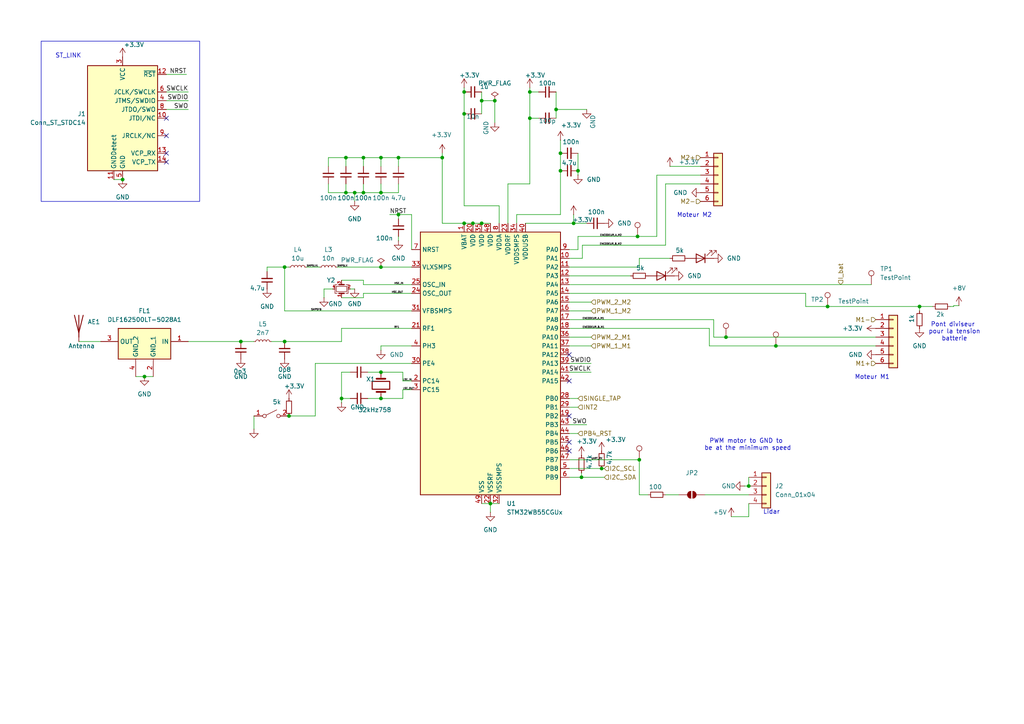
<source format=kicad_sch>
(kicad_sch (version 20250114) (generator "eeschema") (generator_version "9.0")
  (paper "A4")
  (lib_symbols
    (symbol "Connector:Conn_ST_STDC14"
      (property "Reference" "J" (at -8.89 16.51 0))
      (property "Value" "Conn_ST_STDC14" (at 17.78 16.51 0))
      (symbol "Conn_ST_STDC14_1_1"
        (pin no_connect line (at -10.16 5.08 0) (length 2.54) (hide yes) (name "NC") (number "1"))
        (pin no_connect line (at -10.16 2.54 0) (length 2.54) (hide yes) (name "NC") (number "2"))
        (pin passive line (at -2.54 -17.78 90) (length 2.54) (name "GNDDetect") (number "11"))
        (pin power_in line (at 0 17.78 270) (length 2.54) (name "VCC") (number "3"))
        (pin power_in line (at 0 -17.78 90) (length 2.54) (name "GND") (number "5"))
        (pin passive line (at 0 -17.78 90) (length 2.54) (hide yes) (name "GND") (number "7"))
        (pin open_collector line (at 12.7 12.7 180) (length 2.54) (name "~{RST}") (number "12"))
        (pin output line (at 12.7 7.62 180) (length 2.54) (name "JCLK/SWCLK") (number "6"))
        (pin bidirectional line (at 12.7 5.08 180) (length 2.54) (name "JTMS/SWDIO") (number "4"))
        (pin input line (at 12.7 2.54 180) (length 2.54) (name "JTDO/SWO") (number "8"))
        (pin output line (at 12.7 0 180) (length 2.54) (name "JTDI/NC") (number "10"))
        (pin input line (at 12.7 -5.08 180) (length 2.54) (name "JRCLK/NC") (number "9"))
        (pin output line (at 12.7 -10.16 180) (length 2.54) (name "VCP_RX") (number "13"))
        (pin input line (at 12.7 -12.7 180) (length 2.54) (name "VCP_TX") (number "14"))
      )
    )
    (symbol "Connector:TestPoint" (pin_numbers (hide yes)) (pin_names (offset 0.762) (hide yes))
      (property "Reference" "TP" (at 0 6.858 0))
      (property "Value" "TestPoint" (at 0 5.08 0))
      (symbol "TestPoint_1_1"
        (pin passive line (at 0 0 90) (length 2.54) (name "1") (number "1"))
      )
    )
    (symbol "Connector_Generic:Conn_01x04" (pin_names (offset 1.016) (hide yes))
      (property "Reference" "J" (at 0 5.08 0))
      (property "Value" "Conn_01x04" (at 0 -7.62 0))
      (symbol "Conn_01x04_1_1"
        (pin passive line (at -5.08 2.54 0) (length 3.81) (name "Pin_1") (number "1"))
        (pin passive line (at -5.08 0 0) (length 3.81) (name "Pin_2") (number "2"))
        (pin passive line (at -5.08 -2.54 0) (length 3.81) (name "Pin_3") (number "3"))
        (pin passive line (at -5.08 -5.08 0) (length 3.81) (name "Pin_4") (number "4"))
      )
    )
    (symbol "Connector_Generic:Conn_01x06" (pin_names (offset 1.016) (hide yes))
      (property "Reference" "J" (at 0 7.62 0))
      (property "Value" "Conn_01x06" (at 0 -10.16 0))
      (symbol "Conn_01x06_1_1"
        (pin passive line (at -5.08 5.08 0) (length 3.81) (name "Pin_1") (number "1"))
        (pin passive line (at -5.08 2.54 0) (length 3.81) (name "Pin_2") (number "2"))
        (pin passive line (at -5.08 0 0) (length 3.81) (name "Pin_3") (number "3"))
        (pin passive line (at -5.08 -2.54 0) (length 3.81) (name "Pin_4") (number "4"))
        (pin passive line (at -5.08 -5.08 0) (length 3.81) (name "Pin_5") (number "5"))
        (pin passive line (at -5.08 -7.62 0) (length 3.81) (name "Pin_6") (number "6"))
      )
    )
    (symbol "Device:Antenna" (pin_numbers (hide yes)) (pin_names (offset 1.016) (hide yes))
      (property "Reference" "AE" (at -1.905 1.905 0))
      (property "Value" "Antenna" (at -1.905 0 0))
      (symbol "Antenna_1_1"
        (pin input line (at 0 -5.08 90) (length 2.54) (name "A") (number "1"))
      )
    )
    (symbol "Device:C_Small" (pin_numbers (hide yes)) (pin_names (offset 0.254) (hide yes))
      (property "Reference" "C" (at 0.254 1.778 0))
      (property "Value" "C_Small" (at 0.254 -2.032 0))
      (symbol "C_Small_1_1"
        (pin passive line (at 0 2.54 270) (length 2.032) (name "~") (number "1"))
        (pin passive line (at 0 -2.54 90) (length 2.032) (name "~") (number "2"))
      )
    )
    (symbol "Device:Crystal" (pin_numbers (hide yes)) (pin_names (offset 1.016) (hide yes))
      (property "Reference" "Y" (at 0 3.81 0))
      (property "Value" "Crystal" (at 0 -3.81 0))
      (symbol "Crystal_1_1"
        (pin passive line (at -3.81 0 0) (length 1.27) (name "1") (number "1"))
        (pin passive line (at 3.81 0 180) (length 1.27) (name "2") (number "2"))
      )
    )
    (symbol "Device:Crystal_GND24_Small" (pin_names (offset 1.016) (hide yes))
      (property "Reference" "Y" (at 1.27 4.445 0))
      (property "Value" "Crystal_GND24_Small" (at 1.27 2.54 0))
      (symbol "Crystal_GND24_Small_1_1"
        (pin passive line (at -2.54 0 0) (length 1.27) (name "1") (number "1"))
        (pin passive line (at 0 2.54 270) (length 0.635) (name "4") (number "4"))
        (pin passive line (at 0 -2.54 90) (length 0.635) (name "2") (number "2"))
        (pin passive line (at 2.54 0 180) (length 1.27) (name "3") (number "3"))
      )
    )
    (symbol "Device:LED" (pin_numbers (hide yes)) (pin_names (offset 1.016) (hide yes))
      (property "Reference" "D" (at 0 2.54 0))
      (property "Value" "LED" (at 0 -2.54 0))
      (symbol "LED_1_1"
        (pin passive line (at -3.81 0 0) (length 2.54) (name "K") (number "1"))
        (pin passive line (at 3.81 0 180) (length 2.54) (name "A") (number "2"))
      )
    )
    (symbol "Device:L_Small" (pin_numbers (hide yes)) (pin_names (offset 0.254) (hide yes))
      (property "Reference" "L" (at 0.762 1.016 0))
      (property "Value" "L_Small" (at 0.762 -1.016 0))
      (symbol "L_Small_1_1"
        (pin passive line (at 0 2.54 270) (length 0.508) (name "~") (number "1"))
        (pin passive line (at 0 -2.54 90) (length 0.508) (name "~") (number "2"))
      )
    )
    (symbol "Device:R_Small" (pin_numbers (hide yes)) (pin_names (offset 0.254) (hide yes))
      (property "Reference" "R" (at 0 0 90))
      (property "Value" "R_Small" (at 1.778 0 90))
      (symbol "R_Small_1_1"
        (pin passive line (at 0 2.54 270) (length 0.762) (name "~") (number "1"))
        (pin passive line (at 0 -2.54 90) (length 0.762) (name "~") (number "2"))
      )
    )
    (symbol "Filter:DLF162500LT-5028A1"
      (property "Reference" "FL" (at 21.59 17.78 0))
      (property "Value" "DLF162500LT-5028A1" (at 21.59 15.24 0))
      (symbol "DLF162500LT-5028A1_1_1"
        (pin passive line (at 0 0 0) (length 5.08) (name "IN") (number "1"))
        (pin passive line (at 10.16 10.16 270) (length 5.08) (name "GND_1") (number "2"))
        (pin passive line (at 15.24 10.16 270) (length 5.08) (name "GND_2") (number "4"))
        (pin passive line (at 25.4 0 180) (length 5.08) (name "OUT") (number "3"))
      )
    )
    (symbol "Jumper:SolderJumper_2_Open" (pin_numbers (hide yes)) (pin_names (offset 0) (hide yes)) (in_bom no)
      (property "Reference" "JP" (at 0 2.032 0))
      (property "Value" "SolderJumper_2_Open" (at 0 -2.54 0))
      (symbol "SolderJumper_2_Open_1_1"
        (pin passive line (at -3.81 0 0) (length 2.54) (name "A") (number "1"))
        (pin passive line (at 3.81 0 180) (length 2.54) (name "B") (number "2"))
      )
    )
    (symbol "MCU_ST_STM32WB:STM32WB55CGUx"
      (property "Reference" "U" (at -20.32 39.37 0))
      (property "Value" "STM32WB55CGUx" (at 12.7 39.37 0))
      (symbol "STM32WB55CGUx_1_1"
        (pin input line (at -22.86 33.02 0) (length 2.54) (name "NRST") (number "7"))
        (pin power_in line (at -22.86 27.94 0) (length 2.54) (name "VLXSMPS") (number "33"))
        (pin input line (at -22.86 22.86 0) (length 2.54) (name "OSC_IN") (number "25"))
        (pin input line (at -22.86 20.32 0) (length 2.54) (name "OSC_OUT") (number "24"))
        (pin input line (at -22.86 15.24 0) (length 2.54) (name "VFBSMPS") (number "31"))
        (pin bidirectional line (at -22.86 10.16 0) (length 2.54) (name "RF1") (number "21"))
        (pin bidirectional line (at -22.86 5.08 0) (length 2.54) (name "PH3") (number "4"))
        (pin bidirectional line (at -22.86 0 0) (length 2.54) (name "PE4") (number "30"))
        (pin bidirectional line (at -22.86 -5.08 0) (length 2.54) (name "PC14") (number "2"))
        (pin bidirectional line (at -22.86 -7.62 0) (length 2.54) (name "PC15") (number "3"))
        (pin no_connect line (at -20.32 -35.56 0) (length 2.54) (hide yes) (name "AT1") (number "27"))
        (pin no_connect line (at -20.32 -38.1 0) (length 2.54) (hide yes) (name "AT0") (number "26"))
        (pin power_in line (at -7.62 40.64 270) (length 2.54) (name "VBAT") (number "1"))
        (pin power_in line (at -5.08 40.64 270) (length 2.54) (name "VDD") (number "20"))
        (pin power_in line (at -2.54 40.64 270) (length 2.54) (name "VDD") (number "35"))
        (pin power_in line (at -2.54 -40.64 90) (length 2.54) (name "VSS") (number "49"))
        (pin power_in line (at 0 40.64 270) (length 2.54) (name "VDD") (number "48"))
        (pin power_in line (at 0 -40.64 90) (length 2.54) (name "VSSRF") (number "22"))
        (pin power_in line (at 2.54 40.64 270) (length 2.54) (name "VDDA") (number "8"))
        (pin power_in line (at 2.54 -40.64 90) (length 2.54) (name "VSSSMPS") (number "32"))
        (pin power_in line (at 5.08 40.64 270) (length 2.54) (name "VDDRF") (number "23"))
        (pin power_in line (at 7.62 40.64 270) (length 2.54) (name "VDDSMPS") (number "34"))
        (pin power_in line (at 10.16 40.64 270) (length 2.54) (name "VDDUSB") (number "40"))
        (pin bidirectional line (at 22.86 33.02 180) (length 2.54) (name "PA0") (number "9"))
        (pin bidirectional line (at 22.86 30.48 180) (length 2.54) (name "PA1") (number "10"))
        (pin bidirectional line (at 22.86 27.94 180) (length 2.54) (name "PA2") (number "11"))
        (pin bidirectional line (at 22.86 25.4 180) (length 2.54) (name "PA3") (number "12"))
        (pin bidirectional line (at 22.86 22.86 180) (length 2.54) (name "PA4") (number "13"))
        (pin bidirectional line (at 22.86 20.32 180) (length 2.54) (name "PA5") (number "14"))
        (pin bidirectional line (at 22.86 17.78 180) (length 2.54) (name "PA6") (number "15"))
        (pin bidirectional line (at 22.86 15.24 180) (length 2.54) (name "PA7") (number "16"))
        (pin bidirectional line (at 22.86 12.7 180) (length 2.54) (name "PA8") (number "17"))
        (pin bidirectional line (at 22.86 10.16 180) (length 2.54) (name "PA9") (number "18"))
        (pin bidirectional line (at 22.86 7.62 180) (length 2.54) (name "PA10") (number "36"))
        (pin bidirectional line (at 22.86 5.08 180) (length 2.54) (name "PA11") (number "37"))
        (pin bidirectional line (at 22.86 2.54 180) (length 2.54) (name "PA12") (number "38"))
        (pin bidirectional line (at 22.86 0 180) (length 2.54) (name "PA13") (number "39"))
        (pin bidirectional line (at 22.86 -2.54 180) (length 2.54) (name "PA14") (number "41"))
        (pin bidirectional line (at 22.86 -5.08 180) (length 2.54) (name "PA15") (number "42"))
        (pin bidirectional line (at 22.86 -10.16 180) (length 2.54) (name "PB0") (number "28"))
        (pin bidirectional line (at 22.86 -12.7 180) (length 2.54) (name "PB1") (number "29"))
        (pin bidirectional line (at 22.86 -15.24 180) (length 2.54) (name "PB2") (number "19"))
        (pin bidirectional line (at 22.86 -17.78 180) (length 2.54) (name "PB3") (number "43"))
        (pin bidirectional line (at 22.86 -20.32 180) (length 2.54) (name "PB4") (number "44"))
        (pin bidirectional line (at 22.86 -22.86 180) (length 2.54) (name "PB5") (number "45"))
        (pin bidirectional line (at 22.86 -25.4 180) (length 2.54) (name "PB6") (number "46"))
        (pin bidirectional line (at 22.86 -27.94 180) (length 2.54) (name "PB7") (number "47"))
        (pin bidirectional line (at 22.86 -30.48 180) (length 2.54) (name "PB8") (number "5"))
        (pin bidirectional line (at 22.86 -33.02 180) (length 2.54) (name "PB9") (number "6"))
      )
    )
    (symbol "Switch:SW_SPST" (pin_names (offset 0) (hide yes))
      (property "Reference" "SW" (at 0 3.175 0))
      (property "Value" "SW_SPST" (at 0 -2.54 0))
      (symbol "SW_SPST_1_1"
        (pin passive line (at -5.08 0 0) (length 2.54) (name "A") (number "1"))
        (pin passive line (at 5.08 0 180) (length 2.54) (name "B") (number "2"))
      )
    )
    (symbol "power:+3.3V" (power) (pin_numbers (hide yes)) (pin_names (offset 0) (hide yes))
      (property "Value" "+3.3V" (at 0 3.556 0))
      (symbol "+3.3V_1_1"
        (pin power_in line (at 0 0 90) (length 0) (name "~") (number "1"))
      )
    )
    (symbol "power:+5V" (power) (pin_numbers (hide yes)) (pin_names (offset 0) (hide yes))
      (property "Value" "+5V" (at 0 3.556 0))
      (symbol "+5V_1_1"
        (pin power_in line (at 0 0 90) (length 0) (name "~") (number "1"))
      )
    )
    (symbol "power:+8V" (power) (pin_numbers (hide yes)) (pin_names (offset 0) (hide yes))
      (property "Value" "+8V" (at 0 3.556 0))
      (symbol "+8V_1_1"
        (pin power_in line (at 0 0 90) (length 0) (name "~") (number "1"))
      )
    )
    (symbol "power:GND" (power) (pin_numbers (hide yes)) (pin_names (offset 0) (hide yes))
      (property "Value" "GND" (at 0 -3.81 0))
      (symbol "GND_1_1"
        (pin power_in line (at 0 0 270) (length 0) (name "~") (number "1"))
      )
    )
    (symbol "power:PWR_FLAG" (power) (pin_numbers (hide yes)) (pin_names (offset 0) (hide yes))
      (property "Value" "PWR_FLAG" (at 0 3.81 0))
      (symbol "PWR_FLAG_0_0"
        (pin power_out line (at 0 0 90) (length 0) (name "~") (number "1"))
      )
    )
  )
  (rectangle (start 11.938 11.938) (end 57.912 58.42))
  (text "Pont diviseur\n pour la tension\n batterie" (at 276.352 96.266 0) (effects (font (size 1.27 1.27))))
  (text "Moteur M2" (at 201.422 62.484 0) (effects (font (size 1.27 1.27))))
  (text "Moteur M1" (at 252.984 109.474 0) (effects (font (size 1.27 1.27))))
  (text "ST_LINK\n" (at 19.812 16.256 0) (effects (font (size 1.27 1.27))))
  (text "Lidar" (at 223.774 148.59 0) (effects (font (size 1.27 1.27))))
  (text "PWM motor to GND to\n be at the minimum speed" (at 216.408 129.032 0) (effects (font (size 1.27 1.27))))
  (junction (at 142.24 146.05))
  (junction (at 105.41 45.72))
  (junction (at 35.56 52.07))
  (junction (at 153.67 34.29))
  (junction (at 167.64 49.53))
  (junction (at 162.56 44.45))
  (junction (at 110.49 107.95))
  (junction (at 105.41 55.88))
  (junction (at 115.57 62.23))
  (junction (at 134.62 26.67))
  (junction (at 139.7 64.77))
  (junction (at 100.33 45.72))
  (junction (at 184.912 68.58))
  (junction (at 110.49 55.88))
  (junction (at 102.87 55.88))
  (junction (at 217.17 140.97))
  (junction (at 110.49 115.57))
  (junction (at 134.62 33.02))
  (junction (at 168.656 138.43))
  (junction (at 69.85 99.06))
  (junction (at 110.49 77.47))
  (junction (at 115.57 45.72))
  (junction (at 162.56 49.53))
  (junction (at 240.03 88.9))
  (junction (at 225.044 100.33))
  (junction (at 41.91 109.22))
  (junction (at 83.82 120.65))
  (junction (at 174.498 135.89))
  (junction (at 99.06 115.57))
  (junction (at 82.55 77.47))
  (junction (at 185.42 133.35))
  (junction (at 110.49 45.72))
  (junction (at 139.7 29.21))
  (junction (at 137.16 64.77))
  (junction (at 166.37 64.77))
  (junction (at 134.62 64.77))
  (junction (at 143.51 29.21))
  (junction (at 266.7 88.9))
  (junction (at 100.33 55.88))
  (junction (at 210.566 97.79))
  (junction (at 128.27 45.72))
  (junction (at 153.67 26.67))
  (junction (at 82.55 99.06))
  (junction (at 161.29 31.75))
  (no_connect (at 165.1 120.65))
  (no_connect (at 165.1 130.81))
  (no_connect (at 48.26 34.29))
  (no_connect (at 48.26 46.99))
  (no_connect (at 48.26 39.37))
  (no_connect (at 165.1 102.87))
  (no_connect (at 165.1 110.49))
  (no_connect (at 165.1 128.27))
  (no_connect (at 48.26 44.45))
  (wire (pts (xy 153.67 34.29) (xy 153.67 53.34)))
  (wire (pts (xy 170.18 123.19) (xy 165.1 123.19)))
  (wire (pts (xy 116.84 110.49) (xy 119.38 110.49)))
  (wire (pts (xy 116.84 113.03) (xy 116.84 115.57)))
  (wire (pts (xy 97.79 77.47) (xy 110.49 77.47)))
  (wire (pts (xy 110.49 77.47) (xy 119.38 77.47)))
  (wire (pts (xy 153.67 53.34) (xy 147.32 53.34)))
  (wire (pts (xy 204.47 143.51) (xy 217.17 143.51)))
  (wire (pts (xy 99.06 116.84) (xy 99.06 115.57)))
  (wire (pts (xy 171.45 87.63) (xy 165.1 87.63)))
  (wire (pts (xy 105.41 86.36) (xy 99.06 86.36)))
  (wire (pts (xy 266.7 88.9) (xy 270.51 88.9)))
  (wire (pts (xy 119.38 62.23) (xy 119.38 72.39)))
  (wire (pts (xy 100.33 45.72) (xy 105.41 45.72)))
  (wire (pts (xy 102.87 58.42) (xy 102.87 55.88)))
  (wire (pts (xy 54.61 26.67) (xy 48.26 26.67)))
  (wire (pts (xy 115.57 53.34) (xy 115.57 55.88)))
  (wire (pts (xy 266.7 90.17) (xy 266.7 88.9)))
  (wire (pts (xy 233.68 88.9) (xy 240.03 88.9)))
  (wire (pts (xy 165.1 77.47) (xy 185.42 77.47)))
  (wire (pts (xy 134.62 59.69) (xy 144.78 59.69)))
  (wire (pts (xy 110.49 55.88) (xy 110.49 53.34)))
  (wire (pts (xy 91.44 105.41) (xy 91.44 120.65)))
  (wire (pts (xy 128.27 44.45) (xy 128.27 45.72)))
  (wire (pts (xy 167.64 44.45) (xy 167.64 49.53)))
  (wire (pts (xy 139.7 29.21) (xy 139.7 33.02)))
  (wire (pts (xy 153.67 26.67) (xy 153.67 34.29)))
  (wire (pts (xy 167.64 68.58) (xy 167.64 72.39)))
  (wire (pts (xy 168.91 74.93) (xy 165.1 74.93)))
  (wire (pts (xy 95.25 55.88) (xy 100.33 55.88)))
  (wire (pts (xy 276.606 88.9) (xy 275.59 88.9)))
  (wire (pts (xy 217.17 138.43) (xy 217.17 140.97)))
  (wire (pts (xy 185.42 77.47) (xy 185.42 74.93)))
  (wire (pts (xy 83.82 120.65) (xy 91.44 120.65)))
  (wire (pts (xy 99.06 99.06) (xy 99.06 95.25)))
  (wire (pts (xy 171.45 105.41) (xy 165.1 105.41)))
  (wire (pts (xy 48.26 21.59) (xy 54.102 21.59)))
  (wire (pts (xy 105.41 45.72) (xy 110.49 45.72)))
  (wire (pts (xy 134.62 25.4) (xy 134.62 26.67)))
  (wire (pts (xy 82.55 90.17) (xy 119.38 90.17)))
  (wire (pts (xy 100.33 45.72) (xy 100.33 48.26)))
  (wire (pts (xy 128.27 64.77) (xy 134.62 64.77)))
  (wire (pts (xy 110.49 45.72) (xy 110.49 48.26)))
  (wire (pts (xy 205.74 95.25) (xy 165.1 95.25)))
  (wire (pts (xy 69.85 99.06) (xy 73.66 99.06)))
  (wire (pts (xy 99.06 107.95) (xy 101.6 107.95)))
  (wire (pts (xy 22.86 99.06) (xy 29.21 99.06)))
  (wire (pts (xy 276.606 88.646) (xy 276.606 88.9)))
  (wire (pts (xy 134.62 64.77) (xy 137.16 64.77)))
  (wire (pts (xy 167.64 72.39) (xy 165.1 72.39)))
  (wire (pts (xy 190.5 68.58) (xy 184.912 68.58)))
  (wire (pts (xy 77.47 78.74) (xy 77.47 77.47)))
  (wire (pts (xy 254 97.79) (xy 210.566 97.79)))
  (wire (pts (xy 115.57 45.72) (xy 115.57 48.26)))
  (wire (pts (xy 217.17 149.86) (xy 217.17 146.05)))
  (wire (pts (xy 167.64 118.11) (xy 165.1 118.11)))
  (wire (pts (xy 134.62 26.67) (xy 134.62 33.02)))
  (wire (pts (xy 142.24 146.05) (xy 142.24 148.59)))
  (wire (pts (xy 162.56 44.45) (xy 162.56 49.53)))
  (wire (pts (xy 194.31 48.26) (xy 203.2 48.26)))
  (wire (pts (xy 115.57 68.58) (xy 115.57 69.85)))
  (wire (pts (xy 165.1 82.55) (xy 252.73 82.55)))
  (wire (pts (xy 168.656 137.16) (xy 168.656 138.43)))
  (wire (pts (xy 115.57 63.5) (xy 115.57 62.23)))
  (wire (pts (xy 190.5 50.8) (xy 203.2 50.8)))
  (wire (pts (xy 165.1 85.09) (xy 233.68 85.09)))
  (wire (pts (xy 110.49 100.33) (xy 119.38 100.33)))
  (wire (pts (xy 215.9 140.97) (xy 217.17 140.97)))
  (wire (pts (xy 171.45 97.79) (xy 165.1 97.79)))
  (wire (pts (xy 106.68 115.57) (xy 110.49 115.57)))
  (wire (pts (xy 167.64 115.57) (xy 165.1 115.57)))
  (wire (pts (xy 105.41 85.09) (xy 105.41 86.36)))
  (wire (pts (xy 115.57 45.72) (xy 128.27 45.72)))
  (wire (pts (xy 100.33 55.88) (xy 100.33 53.34)))
  (wire (pts (xy 93.98 83.82) (xy 96.52 83.82)))
  (wire (pts (xy 168.91 71.12) (xy 168.91 74.93)))
  (wire (pts (xy 167.64 125.73) (xy 165.1 125.73)))
  (wire (pts (xy 166.37 62.23) (xy 166.37 64.77)))
  (wire (pts (xy 95.25 55.88) (xy 95.25 53.34)))
  (wire (pts (xy 185.42 74.93) (xy 194.31 74.93)))
  (wire (pts (xy 139.7 146.05) (xy 142.24 146.05)))
  (wire (pts (xy 193.04 53.34) (xy 193.04 71.12)))
  (wire (pts (xy 143.51 29.21) (xy 139.7 29.21)))
  (wire (pts (xy 165.1 80.01) (xy 182.88 80.01)))
  (wire (pts (xy 119.38 113.03) (xy 116.84 113.03)))
  (wire (pts (xy 134.62 33.02) (xy 134.62 59.69)))
  (wire (pts (xy 105.41 55.88) (xy 110.49 55.88)))
  (wire (pts (xy 171.45 90.17) (xy 165.1 90.17)))
  (wire (pts (xy 88.9 77.47) (xy 92.71 77.47)))
  (wire (pts (xy 171.45 107.95) (xy 165.1 107.95)))
  (wire (pts (xy 41.91 109.22) (xy 44.45 109.22)))
  (wire (pts (xy 105.41 45.72) (xy 105.41 48.26)))
  (wire (pts (xy 116.84 107.95) (xy 116.84 110.49)))
  (wire (pts (xy 190.5 68.58) (xy 190.5 50.8)))
  (wire (pts (xy 100.33 55.88) (xy 102.87 55.88)))
  (wire (pts (xy 165.1 135.89) (xy 174.498 135.89)))
  (wire (pts (xy 54.61 31.75) (xy 48.26 31.75)))
  (wire (pts (xy 170.18 31.75) (xy 161.29 31.75)))
  (wire (pts (xy 193.04 53.34) (xy 203.2 53.34)))
  (wire (pts (xy 105.41 55.88) (xy 105.41 53.34)))
  (wire (pts (xy 166.37 64.77) (xy 170.18 64.77)))
  (wire (pts (xy 110.49 115.57) (xy 116.84 115.57)))
  (wire (pts (xy 185.42 143.51) (xy 185.42 133.35)))
  (wire (pts (xy 110.49 101.6) (xy 110.49 100.33)))
  (wire (pts (xy 93.98 86.36) (xy 93.98 83.82)))
  (wire (pts (xy 161.29 31.75) (xy 161.29 34.29)))
  (wire (pts (xy 139.7 64.77) (xy 142.24 64.77)))
  (wire (pts (xy 82.55 77.47) (xy 82.55 90.17)))
  (wire (pts (xy 193.04 143.51) (xy 196.85 143.51)))
  (wire (pts (xy 105.41 81.28) (xy 99.06 81.28)))
  (wire (pts (xy 54.61 99.06) (xy 69.85 99.06)))
  (wire (pts (xy 144.78 59.69) (xy 144.78 64.77)))
  (wire (pts (xy 167.64 50.8) (xy 167.64 49.53)))
  (wire (pts (xy 119.38 105.41) (xy 91.44 105.41)))
  (wire (pts (xy 128.27 45.72) (xy 128.27 64.77)))
  (wire (pts (xy 77.47 77.47) (xy 82.55 77.47)))
  (wire (pts (xy 207.01 92.71) (xy 165.1 92.71)))
  (wire (pts (xy 115.57 62.23) (xy 119.38 62.23)))
  (wire (pts (xy 212.09 149.86) (xy 217.17 149.86)))
  (wire (pts (xy 99.06 95.25) (xy 119.38 95.25)))
  (wire (pts (xy 95.25 45.72) (xy 100.33 45.72)))
  (wire (pts (xy 106.68 107.95) (xy 110.49 107.95)))
  (wire (pts (xy 207.01 97.79) (xy 207.01 92.71)))
  (wire (pts (xy 139.7 26.67) (xy 139.7 29.21)))
  (wire (pts (xy 99.06 107.95) (xy 99.06 115.57)))
  (wire (pts (xy 240.03 88.9) (xy 266.7 88.9)))
  (wire (pts (xy 153.67 25.4) (xy 153.67 26.67)))
  (wire (pts (xy 162.56 40.64) (xy 162.56 44.45)))
  (wire (pts (xy 278.13 88.646) (xy 276.606 88.646)))
  (wire (pts (xy 115.57 55.88) (xy 110.49 55.88)))
  (wire (pts (xy 168.656 138.43) (xy 175.26 138.43)))
  (wire (pts (xy 225.044 100.33) (xy 205.74 100.33)))
  (wire (pts (xy 73.66 120.65) (xy 73.66 124.46)))
  (wire (pts (xy 149.86 62.23) (xy 162.56 62.23)))
  (wire (pts (xy 82.55 99.06) (xy 99.06 99.06)))
  (wire (pts (xy 105.41 82.55) (xy 105.41 81.28)))
  (wire (pts (xy 205.74 100.33) (xy 205.74 95.25)))
  (wire (pts (xy 174.498 135.89) (xy 175.26 135.89)))
  (wire (pts (xy 147.32 53.34) (xy 147.32 64.77)))
  (wire (pts (xy 210.566 97.79) (xy 207.01 97.79)))
  (wire (pts (xy 187.96 143.51) (xy 185.42 143.51)))
  (wire (pts (xy 142.24 146.05) (xy 144.78 146.05)))
  (wire (pts (xy 156.21 26.67) (xy 153.67 26.67)))
  (wire (pts (xy 162.56 62.23) (xy 162.56 49.53)))
  (wire (pts (xy 95.25 45.72) (xy 95.25 48.26)))
  (wire (pts (xy 102.87 83.82) (xy 101.6 83.82)))
  (wire (pts (xy 33.02 52.07) (xy 35.56 52.07)))
  (wire (pts (xy 184.912 68.58) (xy 167.64 68.58)))
  (wire (pts (xy 110.49 45.72) (xy 115.57 45.72)))
  (wire (pts (xy 54.61 29.21) (xy 48.26 29.21)))
  (wire (pts (xy 165.1 133.35) (xy 185.42 133.35)))
  (wire (pts (xy 39.37 109.22) (xy 41.91 109.22)))
  (wire (pts (xy 161.29 26.67) (xy 161.29 31.75)))
  (wire (pts (xy 233.68 85.09) (xy 233.68 88.9)))
  (wire (pts (xy 156.21 34.29) (xy 153.67 34.29)))
  (wire (pts (xy 102.87 55.88) (xy 105.41 55.88)))
  (wire (pts (xy 152.4 64.77) (xy 166.37 64.77)))
  (wire (pts (xy 137.16 64.77) (xy 139.7 64.77)))
  (wire (pts (xy 110.49 107.95) (xy 116.84 107.95)))
  (wire (pts (xy 171.45 100.33) (xy 165.1 100.33)))
  (wire (pts (xy 149.86 64.77) (xy 149.86 62.23)))
  (wire (pts (xy 168.91 71.12) (xy 193.04 71.12)))
  (wire (pts (xy 165.1 138.43) (xy 168.656 138.43)))
  (wire (pts (xy 105.41 82.55) (xy 119.38 82.55)))
  (wire (pts (xy 99.06 115.57) (xy 101.6 115.57)))
  (wire (pts (xy 143.51 35.56) (xy 143.51 29.21)))
  (wire (pts (xy 254 100.33) (xy 225.044 100.33)))
  (wire (pts (xy 83.82 77.47) (xy 82.55 77.47)))
  (wire (pts (xy 119.38 85.09) (xy 105.41 85.09)))
  (wire (pts (xy 113.03 62.23) (xy 115.57 62.23)))
  (wire (pts (xy 78.74 99.06) (xy 82.55 99.06)))
  (label "ENCODEUR_A_M1" (at 168.91 92.71 0) (effects (font (size 0.5 0.5))))
  (label "RF1" (at 114.3 95.25 0) (effects (font (size 0.5 0.5))))
  (label "SWO" (at 54.61 31.75 180))
  (label "ENCODEUR_B_M1" (at 168.91 95.25 0) (effects (font (size 0.5 0.5))))
  (label "SWCLK" (at 54.61 26.67 180))
  (label "ENCODEUR_B_M2" (at 180.34 71.12 180) (effects (font (size 0.5 0.5))))
  (label "SWCLK" (at 171.45 107.95 180))
  (label "SMPSLX" (at 97.79 77.47 0) (effects (font (size 0.5 0.5))))
  (label "SMPSLXL" (at 88.9 77.47 0) (effects (font (size 0.5 0.5))))
  (label "LSE_IN" (at 116.84 110.49 0) (effects (font (size 0.5 0.5))))
  (label "HSE_IN" (at 114.3 82.55 0) (effects (font (size 0.5 0.5))))
  (label "HSE_OUT" (at 113.538 85.09 0) (effects (font (size 0.5 0.5))))
  (label "ENCODEUR_A_M2" (at 173.99 68.58 0) (effects (font (size 0.5 0.5))))
  (label "LSE_OUT" (at 116.84 113.03 0) (effects (font (size 0.5 0.5))))
  (label "SMPSFB" (at 90.17 90.17 0) (effects (font (size 0.5 0.5))))
  (label "SWDIO" (at 171.45 105.41 180))
  (label "SWO" (at 170.18 123.19 180))
  (label "NRST" (at 54.102 21.59 180) (effects (font (size 1.25 1.25))))
  (label "SWDIO" (at 54.61 29.21 180))
  (label "UART_RX" (at 171.45 133.35 0) (effects (font (size 0.5 0.5))))
  (label "NRST" (at 113.03 62.23 0) (effects (font (size 1.25 1.25))))
  (hierarchical_label "M1-" (shape input) (at 254 92.71 180))
  (hierarchical_label "I2C_SCL" (shape input) (at 175.26 135.89 0))
  (hierarchical_label "M2+" (shape input) (at 203.2 45.72 180))
  (hierarchical_label "PWM_1_M2" (shape input) (at 171.45 90.17 0))
  (hierarchical_label "M1+" (shape input) (at 254 105.41 180))
  (hierarchical_label "SINGLE_TAP" (shape input) (at 167.64 115.57 0))
  (hierarchical_label "PWM_2_M1" (shape input) (at 171.45 97.79 0))
  (hierarchical_label "PB4_RST" (shape input) (at 167.64 125.73 0))
  (hierarchical_label "PWM_1_M1" (shape input) (at 171.45 100.33 0))
  (hierarchical_label "PWM_2_M2" (shape input) (at 171.45 87.63 0))
  (hierarchical_label "M2-" (shape input) (at 203.2 58.42 180))
  (hierarchical_label "I_bat" (shape input) (at 243.84 82.55 90))
  (hierarchical_label "INT2" (shape input) (at 167.64 118.11 0))
  (hierarchical_label "I2C_SDA" (shape input) (at 175.26 138.43 0))
  (symbol (lib_id "power:GND") (at 73.66 124.46 0) (unit 1)
    (property "Reference" "#PWR086" (effects (hide yes)))
    (property "Value" "GND" (effects (hide yes)))
    (property "Description" "Power symbol creates a global label with name \"GND\" , ground" (effects (hide yes)))
  )
  (symbol (lib_id "power:GND") (at 142.24 148.59 0) (unit 1)
    (property "Reference" "#PWR05" (effects (hide yes)))
    (property "Value" "GND" (at 142.24 153.67 0))
    (property "Description" "Power symbol creates a global label with name \"GND\" , ground" (effects (hide yes)))
  )
  (symbol (lib_id "Device:LED") (at 203.2 74.93 180) (unit 1)
    (property "Reference" "D1" (effects (hide yes)))
    (property "Value" "LED" (effects (hide yes)))
    (property "Footprint" "LED_SMD:LED_0603_1608Metric" (effects (hide yes)))
    (property "Description" "Light emitting diode" (effects (hide yes)))
    (property "Sim.Pins" "1=K 2=A" (effects (hide yes)))
  )
  (symbol (lib_id "Jumper:SolderJumper_2_Open") (at 200.66 143.51 0) (unit 1) (in_bom no)
    (property "Reference" "JP2" (at 200.66 137.16 0))
    (property "Value" "SolderJumper_2_Open" (effects (hide yes)))
    (property "Footprint" "Jumper:SolderJumper-2_P1.3mm_Bridged_RoundedPad1.0x1.5mm" (effects (hide yes)))
    (property "Description" "Solder Jumper, 2-pole, open" (effects (hide yes)))
  )
  (symbol (lib_id "power:GND") (at 143.51 35.56 0) (unit 1)
    (property "Reference" "#PWR01" (effects (hide yes)))
    (property "Value" "GND" (at 140.97 35.052 90) (effects (justify right)))
    (property "Description" "Power symbol creates a global label with name \"GND\" , ground" (effects (hide yes)))
  )
  (symbol (lib_id "Connector:TestPoint") (at 185.42 133.35 0) (unit 1)
    (property "Reference" "TP7" (effects (hide yes)))
    (property "Value" "TestPoint" (effects (hide yes)))
    (property "Footprint" "TestPoint:TestPoint_Pad_D1.5mm" (effects (hide yes)))
    (property "Description" "test point" (effects (hide yes)))
  )
  (symbol (lib_id "Device:L_Small") (at 86.36 77.47 90) (unit 1)
    (property "Reference" "L4" (at 86.36 72.39 90))
    (property "Value" "10u" (at 86.36 74.93 90))
    (property "Footprint" "Inductor_SMD:L_0805_2012Metric" (effects (hide yes)))
    (property "Description" "Inductor, small symbol" (effects (hide yes)))
  )
  (symbol (lib_id "power:+3.3V") (at 168.656 132.08 0) (unit 1)
    (property "Reference" "#PWR078" (effects (hide yes)))
    (property "Value" "+3.3V" (at 170.18 128.016 0))
    (property "Description" "Power symbol creates a global label with name \"+3.3V\"" (effects (hide yes)))
  )
  (symbol (lib_id "power:GND") (at 69.85 104.14 0) (unit 1)
    (property "Reference" "#PWR084" (effects (hide yes)))
    (property "Value" "GND" (at 69.85 109.22 0))
    (property "Description" "Power symbol creates a global label with name \"GND\" , ground" (effects (hide yes)))
  )
  (symbol (lib_id "power:PWR_FLAG") (at 143.51 29.21 0) (unit 1)
    (property "Reference" "#FLG06" (effects (hide yes)))
    (property "Value" "PWR_FLAG" (at 143.51 24.13 0))
    (property "Description" "Special symbol for telling ERC where power comes from" (effects (hide yes)))
  )
  (symbol (lib_id "Device:C_Small") (at 158.75 26.67 90) (unit 1)
    (property "Reference" "C9" (effects (hide yes)))
    (property "Value" "100n" (at 158.75 24.13 90))
    (property "Footprint" "Capacitor_SMD:C_0603_1608Metric" (effects (hide yes)))
    (property "Description" "Unpolarized capacitor, small symbol" (effects (hide yes)))
  )
  (symbol (lib_id "Device:R_Small") (at 168.656 134.62 180) (unit 1)
    (property "Reference" "R28" (effects (hide yes)))
    (property "Value" "4.7k" (at 170.942 136.144 90) (effects (justify right)))
    (property "Footprint" "Resistor_SMD:R_0603_1608Metric" (effects (hide yes)))
    (property "Description" "Resistor, small symbol" (effects (hide yes)))
  )
  (symbol (lib_id "Device:C_Small") (at 158.75 34.29 90) (unit 1)
    (property "Reference" "C10" (effects (hide yes)))
    (property "Value" "100p" (at 158.75 35.052 90))
    (property "Footprint" "Capacitor_SMD:C_0603_1608Metric" (effects (hide yes)))
    (property "Description" "Unpolarized capacitor, small symbol" (effects (hide yes)))
  )
  (symbol (lib_id "power:GND") (at 102.87 58.42 0) (mirror y) (unit 1)
    (property "Reference" "#PWR02" (effects (hide yes)))
    (property "Value" "GND" (at 102.87 63.5 0))
    (property "Description" "Power symbol creates a global label with name \"GND\" , ground" (effects (hide yes)))
  )
  (symbol (lib_id "Device:C_Small") (at 110.49 50.8 180) (unit 1)
    (property "Reference" "C8" (effects (hide yes)))
    (property "Value" "100n" (at 110.49 57.404 0))
    (property "Footprint" "Capacitor_SMD:C_0603_1608Metric" (effects (hide yes)))
    (property "Description" "Unpolarized capacitor, small symbol" (effects (hide yes)))
  )
  (symbol (lib_id "Device:Crystal_GND24_Small") (at 99.06 83.82 90) (unit 1)
    (property "Reference" "Y2" (at 96.012 81.28 90))
    (property "Value" "Crystal_GND24_Small" (effects (hide yes)))
    (property "Footprint" "Crystal:Murata 32MHz" (effects (hide yes)))
    (property "Description" "Four pin crystal, GND on pins 2 and 4, small symbol" (effects (hide yes)))
  )
  (symbol (lib_id "Device:C_Small") (at 165.1 49.53 90) (unit 1)
    (property "Reference" "C12" (effects (hide yes)))
    (property "Value" "4.7u" (at 165.1 47.244 90))
    (property "Footprint" "Capacitor_SMD:C_0603_1608Metric" (effects (hide yes)))
    (property "Description" "Unpolarized capacitor, small symbol" (effects (hide yes)))
  )
  (symbol (lib_id "power:+5V") (at 212.09 149.86 0) (unit 1)
    (property "Reference" "#PWR062" (effects (hide yes)))
    (property "Value" "+5V" (at 206.756 148.59 0) (effects (justify left)))
    (property "Description" "Power symbol creates a global label with name \"+5V\"" (effects (hide yes)))
  )
  (symbol (lib_id "Connector_Generic:Conn_01x06") (at 208.28 50.8 0) (unit 1)
    (property "Reference" "J14" (effects (hide yes)))
    (property "Value" "Conn_01x06" (effects (hide yes)))
    (property "Footprint" "Connector_JST:JST_PH_S6B-PH-SM4-TB_1x06-1MP_P2.00mm_Horizontal" (effects (hide yes)))
    (property "Description" "Generic connector, single row, 01x06, script generated (kicad-library-utils/schlib/autogen/connector/)" (effects (hide yes)))
  )
  (symbol (lib_id "Device:C_Small") (at 69.85 101.6 180) (unit 1)
    (property "Reference" "C40" (effects (hide yes)))
    (property "Value" "0p3" (at 69.596 107.696 0))
    (property "Footprint" "Capacitor_SMD:C_0402_1005Metric" (effects (hide yes)))
    (property "Description" "Unpolarized capacitor, small symbol" (effects (hide yes)))
  )
  (symbol (lib_id "power:GND") (at 215.9 140.97 270) (unit 1)
    (property "Reference" "#PWR063" (effects (hide yes)))
    (property "Value" "GND" (at 213.36 140.97 90) (effects (justify right)))
    (property "Description" "Power symbol creates a global label with name \"GND\" , ground" (effects (hide yes)))
  )
  (symbol (lib_id "power:GND") (at 266.7 95.25 0) (unit 1)
    (property "Reference" "#PWR0100" (effects (hide yes)))
    (property "Value" "GND" (at 266.7 100.33 0))
    (property "Description" "Power symbol creates a global label with name \"GND\" , ground" (effects (hide yes)))
  )
  (symbol (lib_id "power:GND") (at 254 102.87 270) (unit 1)
    (property "Reference" "#PWR066" (effects (hide yes)))
    (property "Value" "GND" (at 250.19 102.8701 90) (effects (justify right)))
    (property "Description" "Power symbol creates a global label with name \"GND\" , ground" (effects (hide yes)))
  )
  (symbol (lib_id "power:GND") (at 102.87 83.82 0) (unit 1)
    (property "Reference" "#PWR030" (effects (hide yes)))
    (property "Value" "GND" (at 102.87 88.138 0))
    (property "Description" "Power symbol creates a global label with name \"GND\" , ground" (effects (hide yes)))
  )
  (symbol (lib_id "power:GND") (at 110.49 101.6 0) (unit 1)
    (property "Reference" "#PWR018" (effects (hide yes)))
    (property "Value" "GND" (at 113.03 102.8699 0) (effects (justify left)))
    (property "Description" "Power symbol creates a global label with name \"GND\" , ground" (effects (hide yes)))
  )
  (symbol (lib_id "power:GND") (at 41.91 109.22 0) (unit 1)
    (property "Reference" "#PWR093" (effects (hide yes)))
    (property "Value" "GND" (at 41.91 114.3 0))
    (property "Description" "Power symbol creates a global label with name \"GND\" , ground" (effects (hide yes)))
  )
  (symbol (lib_id "Device:LED") (at 191.77 80.01 180) (unit 1)
    (property "Reference" "D2" (effects (hide yes)))
    (property "Value" "LED" (effects (hide yes)))
    (property "Footprint" "LED_SMD:LED_0603_1608Metric" (effects (hide yes)))
    (property "Description" "Light emitting diode" (effects (hide yes)))
    (property "Sim.Pins" "1=K 2=A" (effects (hide yes)))
  )
  (symbol (lib_id "Device:R_Small") (at 273.05 88.9 90) (unit 1)
    (property "Reference" "R33" (effects (hide yes)))
    (property "Value" "2k" (at 271.526 91.186 90) (effects (justify right)))
    (property "Footprint" "Resistor_SMD:R_0603_1608Metric" (effects (hide yes)))
    (property "Description" "Resistor, small symbol" (effects (hide yes)))
  )
  (symbol (lib_id "power:+5V") (at 254 95.25 90) (unit 1)
    (property "Reference" "#PWR067" (effects (hide yes)))
    (property "Value" "+3.3V" (at 250.19 95.2501 90) (effects (justify left)))
    (property "Description" "Power symbol creates a global label with name \"+5V\"" (effects (hide yes)))
  )
  (symbol (lib_id "Switch:SW_SPST") (at 78.74 120.65 0) (unit 1)
    (property "Reference" "SW2" (effects (hide yes)))
    (property "Value" "SW_SPST" (effects (hide yes)))
    (property "Footprint" "Button_Switch_SMD:SW_SPST_B3U-1000P-B" (effects (hide yes)))
    (property "Description" "Single Pole Single Throw (SPST) switch" (effects (hide yes)))
  )
  (symbol (lib_id "Device:C_Small") (at 137.16 33.02 90) (unit 1)
    (property "Reference" "C1" (effects (hide yes)))
    (property "Value" "10n" (at 137.16 33.782 90))
    (property "Footprint" "Capacitor_SMD:C_0603_1608Metric" (effects (hide yes)))
    (property "Description" "Unpolarized capacitor, small symbol" (effects (hide yes)))
  )
  (symbol (lib_id "Device:R_Small") (at 196.85 74.93 270) (unit 1)
    (property "Reference" "R18" (effects (hide yes)))
    (property "Value" "5k" (at 198.374 72.644 90) (effects (justify right)))
    (property "Footprint" "Resistor_SMD:R_0603_1608Metric" (effects (hide yes)))
    (property "Description" "Resistor, small symbol" (effects (hide yes)))
  )
  (symbol (lib_id "power:GND") (at 35.56 52.07 0) (unit 1)
    (property "Reference" "#PWR090" (effects (hide yes)))
    (property "Value" "GND" (at 35.56 57.15 0))
    (property "Description" "Power symbol creates a global label with name \"GND\" , ground" (effects (hide yes)))
  )
  (symbol (lib_id "Connector_Generic:Conn_01x04") (at 222.25 140.97 0) (unit 1)
    (property "Reference" "J2" (at 224.79 140.9699 0) (effects (justify left)))
    (property "Value" "Conn_01x04" (at 224.79 143.5099 0) (effects (justify left)))
    (property "Footprint" "Connector_JST:JST_PH_S4B-PH-K_1x04_P2.00mm_Horizontal" (effects (hide yes)))
    (property "Description" "Generic connector, single row, 01x04, script generated (kicad-library-utils/schlib/autogen/connector/)" (effects (hide yes)))
  )
  (symbol (lib_id "power:+8V") (at 278.13 88.646 0) (unit 1)
    (property "Reference" "#PWR014" (effects (hide yes)))
    (property "Value" "+8V" (at 278.13 83.566 0))
    (property "Description" "Power symbol creates a global label with name \"+8V\"" (effects (hide yes)))
  )
  (symbol (lib_id "Connector:TestPoint") (at 210.566 97.79 0) (unit 1)
    (property "Reference" "TP3" (effects (hide yes)))
    (property "Value" "TestPoint" (effects (hide yes)))
    (property "Footprint" "TestPoint:TestPoint_Pad_D1.5mm" (effects (hide yes)))
    (property "Description" "test point" (effects (hide yes)))
  )
  (symbol (lib_id "power:+3.3V") (at 174.498 130.81 0) (unit 1)
    (property "Reference" "#PWR077" (effects (hide yes)))
    (property "Value" "+3.3V" (at 178.562 127.508 0))
    (property "Description" "Power symbol creates a global label with name \"+3.3V\"" (effects (hide yes)))
  )
  (symbol (lib_id "Device:R_Small") (at 190.5 143.51 270) (unit 1)
    (property "Reference" "R25" (effects (hide yes)))
    (property "Value" "100" (at 192.024 141.224 90) (effects (justify right)))
    (property "Footprint" "Resistor_SMD:R_0603_1608Metric" (effects (hide yes)))
    (property "Description" "Resistor, small symbol" (effects (hide yes)))
  )
  (symbol (lib_id "Device:C_Small") (at 115.57 50.8 180) (unit 1)
    (property "Reference" "C43" (effects (hide yes)))
    (property "Value" "4.7u" (at 115.57 57.404 0))
    (property "Footprint" "Capacitor_SMD:C_0603_1608Metric" (effects (hide yes)))
    (property "Description" "Unpolarized capacitor, small symbol" (effects (hide yes)))
  )
  (symbol (lib_id "power:+3.3V") (at 162.56 40.64 0) (unit 1)
    (property "Reference" "#PWR011" (effects (hide yes)))
    (property "Value" "+3.3V" (at 165.608 36.322 0))
    (property "Description" "Power symbol creates a global label with name \"+3.3V\"" (effects (hide yes)))
  )
  (symbol (lib_id "power:GND") (at 167.64 50.8 0) (unit 1)
    (property "Reference" "#PWR09" (effects (hide yes)))
    (property "Value" "GND" (at 170.18 52.0699 0) (effects (justify left)))
    (property "Description" "Power symbol creates a global label with name \"GND\" , ground" (effects (hide yes)))
  )
  (symbol (lib_id "Device:C_Small") (at 105.41 50.8 180) (unit 1)
    (property "Reference" "C7" (effects (hide yes)))
    (property "Value" "100n" (at 105.41 57.404 0))
    (property "Footprint" "Capacitor_SMD:C_0603_1608Metric" (effects (hide yes)))
    (property "Description" "Unpolarized capacitor, small symbol" (effects (hide yes)))
  )
  (symbol (lib_id "power:GND") (at 77.47 83.82 0) (unit 1)
    (property "Reference" "#PWR082" (effects (hide yes)))
    (property "Value" "GND" (at 77.47 88.9 0))
    (property "Description" "Power symbol creates a global label with name \"GND\" , ground" (effects (hide yes)))
  )
  (symbol (lib_id "power:GND") (at 207.01 74.93 90) (unit 1)
    (property "Reference" "#PWR055" (effects (hide yes)))
    (property "Value" "GND" (at 210.82 74.9299 90) (effects (justify right)))
    (property "Description" "Power symbol creates a global label with name \"GND\" , ground" (effects (hide yes)))
  )
  (symbol (lib_id "Device:R_Small") (at 266.7 92.71 0) (unit 1)
    (property "Reference" "R32" (effects (hide yes)))
    (property "Value" "1k" (at 264.414 91.186 90) (effects (justify right)))
    (property "Footprint" "Resistor_SMD:R_0603_1608Metric" (effects (hide yes)))
    (property "Description" "Resistor, small symbol" (effects (hide yes)))
  )
  (symbol (lib_id "Device:R_Small") (at 83.82 118.11 0) (unit 1)
    (property "Reference" "R24" (effects (hide yes)))
    (property "Value" "5k" (at 81.534 116.586 0) (effects (justify right)))
    (property "Footprint" "Resistor_SMD:R_0603_1608Metric" (effects (hide yes)))
    (property "Description" "Resistor, small symbol" (effects (hide yes)))
  )
  (symbol (lib_id "Device:C_Small") (at 77.47 81.28 180) (unit 1)
    (property "Reference" "C39" (effects (hide yes)))
    (property "Value" "4.7u" (at 74.676 83.566 0))
    (property "Footprint" "Capacitor_SMD:C_0603_1608Metric" (effects (hide yes)))
    (property "Description" "Unpolarized capacitor, small symbol" (effects (hide yes)))
  )
  (symbol (lib_id "power:GND") (at 99.06 116.84 0) (unit 1)
    (property "Reference" "#PWR012" (effects (hide yes)))
    (property "Value" "GND" (at 101.6 118.1099 0) (effects (justify left)))
    (property "Description" "Power symbol creates a global label with name \"GND\" , ground" (effects (hide yes)))
  )
  (symbol (lib_id "power:GND") (at 203.2 55.88 270) (unit 1)
    (property "Reference" "#PWR068" (effects (hide yes)))
    (property "Value" "GND" (at 199.39 55.8801 90) (effects (justify right)))
    (property "Description" "Power symbol creates a global label with name \"GND\" , ground" (effects (hide yes)))
  )
  (symbol (lib_id "Device:C_Small") (at 172.72 64.77 90) (unit 1)
    (property "Reference" "C11" (effects (hide yes)))
    (property "Value" "100n" (at 172.974 61.468 90))
    (property "Footprint" "Capacitor_SMD:C_0603_1608Metric" (effects (hide yes)))
    (property "Description" "Unpolarized capacitor, small symbol" (effects (hide yes)))
  )
  (symbol (lib_id "power:GND") (at 170.18 31.75 0) (unit 1)
    (property "Reference" "#PWR06" (effects (hide yes)))
    (property "Value" "GND" (at 171.958 33.274 90) (effects (justify right)))
    (property "Description" "Power symbol creates a global label with name \"GND\" , ground" (effects (hide yes)))
  )
  (symbol (lib_id "Device:R_Small") (at 185.42 80.01 270) (unit 1)
    (property "Reference" "R19" (effects (hide yes)))
    (property "Value" "5k" (at 186.944 77.724 90) (effects (justify right)))
    (property "Footprint" "Resistor_SMD:R_0603_1608Metric" (effects (hide yes)))
    (property "Description" "Resistor, small symbol" (effects (hide yes)))
  )
  (symbol (lib_id "power:+3.3V") (at 128.27 44.45 0) (unit 1)
    (property "Reference" "#PWR03" (effects (hide yes)))
    (property "Value" "+3.3V" (at 128.016 39.116 0))
    (property "Description" "Power symbol creates a global label with name \"+3.3V\"" (effects (hide yes)))
  )
  (symbol (lib_id "power:+3.3V") (at 35.56 16.51 0) (unit 1)
    (property "Reference" "#PWR089" (effects (hide yes)))
    (property "Value" "+3.3V" (at 38.862 12.954 0))
    (property "Description" "Power symbol creates a global label with name \"+3.3V\"" (effects (hide yes)))
  )
  (symbol (lib_id "Device:C_Small") (at 104.14 115.57 270) (unit 1)
    (property "Reference" "C14" (effects (hide yes)))
    (property "Value" "13p" (effects (hide yes)))
    (property "Footprint" "Capacitor_SMD:C_0603_1608Metric" (effects (hide yes)))
    (property "Description" "Unpolarized capacitor, small symbol" (effects (hide yes)))
  )
  (symbol (lib_id "power:GND") (at 195.58 80.01 90) (unit 1)
    (property "Reference" "#PWR056" (effects (hide yes)))
    (property "Value" "GND" (at 199.39 80.0099 90) (effects (justify right)))
    (property "Description" "Power symbol creates a global label with name \"GND\" , ground" (effects (hide yes)))
  )
  (symbol (lib_id "Device:L_Small") (at 76.2 99.06 90) (unit 1)
    (property "Reference" "L5" (at 76.2 93.98 90))
    (property "Value" "2n7" (at 76.2 96.52 90))
    (property "Footprint" "Inductor_SMD:L_0402_1005Metric" (effects (hide yes)))
    (property "Description" "Inductor, small symbol" (effects (hide yes)))
  )
  (symbol (lib_id "power:+3.3V") (at 166.37 62.23 0) (unit 1)
    (property "Reference" "#PWR010" (effects (hide yes)))
    (property "Value" "+3.3V" (at 168.91 63.754 0))
    (property "Description" "Power symbol creates a global label with name \"+3.3V\"" (effects (hide yes)))
  )
  (symbol (lib_id "Device:C_Small") (at 104.14 107.95 270) (unit 1)
    (property "Reference" "C13" (effects (hide yes)))
    (property "Value" "13p" (effects (hide yes)))
    (property "Footprint" "Capacitor_SMD:C_0603_1608Metric" (effects (hide yes)))
    (property "Description" "Unpolarized capacitor, small symbol" (effects (hide yes)))
  )
  (symbol (lib_id "power:+5V") (at 194.31 48.26 0) (unit 1)
    (property "Reference" "#PWR069" (effects (hide yes)))
    (property "Value" "+3.3V" (at 196.85 46.9899 0) (effects (justify left)))
    (property "Description" "Power symbol creates a global label with name \"+5V\"" (effects (hide yes)))
  )
  (symbol (lib_id "Device:Crystal") (at 110.49 111.76 90) (unit 1)
    (property "Reference" "X1" (at 106.172 109.982 90) (effects (justify right)))
    (property "Value" "32kHz758" (at 103.886 118.872 90) (effects (justify right)))
    (property "Footprint" "Crystal:ABS06N32768kHzT" (effects (hide yes)))
    (property "Description" "Two pin crystal" (effects (hide yes)))
  )
  (symbol (lib_id "Connector:TestPoint") (at 240.03 88.9 0) (unit 1)
    (property "Reference" "TP2" (at 235.204 86.868 0) (effects (justify left)))
    (property "Value" "TestPoint" (at 243.078 87.376 0) (effects (justify left)))
    (property "Footprint" "TestPoint:TestPoint_Pad_D1.5mm" (effects (hide yes)))
    (property "Description" "test point" (effects (hide yes)))
  )
  (symbol (lib_id "Device:C_Small") (at 100.33 50.8 180) (unit 1)
    (property "Reference" "C6" (effects (hide yes)))
    (property "Value" "100n" (at 100.33 57.404 0))
    (property "Footprint" "Capacitor_SMD:C_0603_1608Metric" (effects (hide yes)))
    (property "Description" "Unpolarized capacitor, small symbol" (effects (hide yes)))
  )
  (symbol (lib_id "power:GND") (at 115.57 69.85 0) (mirror y) (unit 1)
    (property "Reference" "#PWR088" (effects (hide yes)))
    (property "Value" "GND" (at 115.57 74.93 0))
    (property "Description" "Power symbol creates a global label with name \"GND\" , ground" (effects (hide yes)))
  )
  (symbol (lib_id "Device:C_Small") (at 137.16 26.67 90) (unit 1)
    (property "Reference" "C2" (effects (hide yes)))
    (property "Value" "1u" (at 140.462 25.146 90))
    (property "Footprint" "Capacitor_SMD:C_0603_1608Metric" (effects (hide yes)))
    (property "Description" "Unpolarized capacitor, small symbol" (effects (hide yes)))
  )
  (symbol (lib_id "Device:L_Small") (at 95.25 77.47 90) (unit 1)
    (property "Reference" "L3" (at 95.25 72.39 90))
    (property "Value" "10n" (at 95.25 74.93 90))
    (property "Footprint" "Inductor_SMD:L_0402_1005Metric" (effects (hide yes)))
    (property "Description" "Inductor, small symbol" (effects (hide yes)))
  )
  (symbol (lib_id "power:PWR_FLAG") (at 110.49 77.47 0) (unit 1)
    (property "Reference" "#FLG05" (effects (hide yes)))
    (property "Value" "PWR_FLAG" (at 103.632 75.438 0))
    (property "Description" "Special symbol for telling ERC where power comes from" (effects (hide yes)))
  )
  (symbol (lib_id "Connector:Conn_ST_STDC14") (at 35.56 34.29 0) (unit 1)
    (property "Reference" "J1" (at 24.892 33.0199 0) (effects (justify right)))
    (property "Value" "Conn_ST_STDC14" (at 24.892 35.5599 0) (effects (justify right)))
    (property "Footprint" "Connector_PinHeader_1.27mm:PinHeader_2x07_P1.27mm_Vertical_SMD" (effects (hide yes)))
    (property "Datasheet" "https://www.st.com/content/ccc/resource/technical/document/user_manual/group1/99/49/91/b6/b2/3a/46/e5/DM00526767/files/DM00526767.pdf/jcr:content/translations/en.DM00526767.pdf" (effects (hide yes)))
    (property "Description" "ST Debug Connector, standard ARM Cortex-M SWD and JTAG interface plus UART" (effects (hide yes)))
  )
  (symbol (lib_id "MCU_ST_STM32WB:STM32WB55CGUx") (at 142.24 105.41 0) (unit 1)
    (property "Reference" "U1" (at 146.9233 146.05 0) (effects (justify left)))
    (property "Value" "STM32WB55CGUx" (at 146.9233 148.59 0) (effects (justify left)))
    (property "Footprint" "Package_DFN_QFN:QFN-48-1EP_7x7mm_P0.5mm_EP5.6x5.6mm" (effects (hide yes)))
    (property "Datasheet" "https://www.st.com/resource/en/datasheet/stm32wb55cg.pdf" (effects (hide yes)))
    (property "Description" "STMicroelectronics Arm Cortex-M4 MCU, 1024KB flash, 256KB RAM, 64 MHz, 1.71-3.6V, 30 GPIO, UFQFPN48" (effects (hide yes)))
  )
  (symbol (lib_id "Device:R_Small") (at 174.498 133.35 180) (unit 1)
    (property "Reference" "R29" (effects (hide yes)))
    (property "Value" "4.7k" (at 176.784 134.874 90) (effects (justify right)))
    (property "Footprint" "Resistor_SMD:R_0603_1608Metric" (effects (hide yes)))
    (property "Description" "Resistor, small symbol" (effects (hide yes)))
  )
  (symbol (lib_id "power:GND") (at 93.98 86.36 0) (unit 1)
    (property "Reference" "#PWR019" (effects (hide yes)))
    (property "Value" "GND" (at 97.282 88.138 0))
    (property "Description" "Power symbol creates a global label with name \"GND\" , ground" (effects (hide yes)))
  )
  (symbol (lib_id "Connector_Generic:Conn_01x06") (at 259.08 97.79 0) (unit 1)
    (property "Reference" "J11" (effects (hide yes)))
    (property "Value" "Conn_01x06" (effects (hide yes)))
    (property "Footprint" "Connector_JST:JST_PH_S6B-PH-SM4-TB_1x06-1MP_P2.00mm_Horizontal" (effects (hide yes)))
    (property "Description" "Generic connector, single row, 01x06, script generated (kicad-library-utils/schlib/autogen/connector/)" (effects (hide yes)))
  )
  (symbol (lib_id "Device:Antenna") (at 22.86 93.98 0) (unit 1)
    (property "Reference" "AE1" (at 25.4 93.3449 0) (effects (justify left)))
    (property "Value" "Antenna" (at 19.812 100.33 0) (effects (justify left)))
    (property "Footprint" "RF_Antenna:2.4GHz BLE" (effects (hide yes)))
    (property "Description" "Antenna" (effects (hide yes)))
  )
  (symbol (lib_id "power:+3.3V") (at 83.82 115.57 0) (unit 1)
    (property "Reference" "#PWR016" (effects (hide yes)))
    (property "Value" "+3.3V" (at 85.344 112.014 0))
    (property "Description" "Power symbol creates a global label with name \"+3.3V\"" (effects (hide yes)))
  )
  (symbol (lib_id "power:+3.3V") (at 134.62 25.4 0) (unit 1)
    (property "Reference" "#PWR04" (effects (hide yes)))
    (property "Value" "+3.3V" (at 136.144 21.844 0))
    (property "Description" "Power symbol creates a global label with name \"+3.3V\"" (effects (hide yes)))
  )
  (symbol (lib_id "Device:C_Small") (at 95.25 50.8 180) (unit 1)
    (property "Reference" "C5" (effects (hide yes)))
    (property "Value" "100n" (at 95.25 57.404 0))
    (property "Footprint" "Capacitor_SMD:C_0603_1608Metric" (effects (hide yes)))
    (property "Description" "Unpolarized capacitor, small symbol" (effects (hide yes)))
  )
  (symbol (lib_id "Connector:TestPoint") (at 184.912 68.58 0) (unit 1)
    (property "Reference" "TP8" (effects (hide yes)))
    (property "Value" "TestPoint" (effects (hide yes)))
    (property "Footprint" "TestPoint:TestPoint_Pad_D1.5mm" (effects (hide yes)))
    (property "Description" "test point" (effects (hide yes)))
  )
  (symbol (lib_id "Connector:TestPoint") (at 252.73 82.55 0) (unit 1)
    (property "Reference" "TP1" (at 255.27 77.9779 0) (effects (justify left)))
    (property "Value" "TestPoint" (at 255.27 80.5179 0) (effects (justify left)))
    (property "Footprint" "TestPoint:TestPoint_Pad_D1.5mm" (effects (hide yes)))
    (property "Description" "test point" (effects (hide yes)))
  )
  (symbol (lib_id "power:GND") (at 82.55 104.14 0) (unit 1)
    (property "Reference" "#PWR085" (effects (hide yes)))
    (property "Value" "GND" (at 82.55 109.22 0))
    (property "Description" "Power symbol creates a global label with name \"GND\" , ground" (effects (hide yes)))
  )
  (symbol (lib_id "Device:C_Small") (at 165.1 44.45 90) (unit 1)
    (property "Reference" "C38" (effects (hide yes)))
    (property "Value" "100n" (at 165.608 41.148 90))
    (property "Footprint" "Capacitor_SMD:C_0603_1608Metric" (effects (hide yes)))
    (property "Description" "Unpolarized capacitor, small symbol" (effects (hide yes)))
  )
  (symbol (lib_id "Device:C_Small") (at 82.55 101.6 180) (unit 1)
    (property "Reference" "C41" (effects (hide yes)))
    (property "Value" "0p8" (at 82.55 107.188 0))
    (property "Footprint" "Capacitor_SMD:C_0402_1005Metric" (effects (hide yes)))
    (property "Description" "Unpolarized capacitor, small symbol" (effects (hide yes)))
  )
  (symbol (lib_id "Device:C_Small") (at 115.57 66.04 0) (unit 1)
    (property "Reference" "C42" (effects (hide yes)))
    (property "Value" "100n" (at 111.506 69.088 0))
    (property "Footprint" "Capacitor_SMD:C_0603_1608Metric" (effects (hide yes)))
    (property "Description" "Unpolarized capacitor, small symbol" (effects (hide yes)))
  )
  (symbol (lib_id "Filter:DLF162500LT-5028A1") (at 54.61 99.06 180) (unit 1)
    (property "Reference" "FL1" (at 41.91 90.17 0))
    (property "Value" "DLF162500LT-5028A1" (at 41.91 92.71 0))
    (property "Footprint" "RF:DLF162500LT5028A1" (effects (hide yes)))
    (property "Datasheet" "https://product.tdk.com/system/files/dam/doc/product/rf/rf/filter/catalog/rf_lpf_dlf162500lt-5028a1_en.pdf" (effects (hide yes)))
    (property "Description" "Signal Conditioning LTCC LOW PASS FLTR 2400-2500MHz" (effects (hide yes)))
    (property "Height" "0.4" (effects (hide yes)))
    (property "Mouser Part Number" "810-DLF16250LT5028A1" (effects (hide yes)))
    (property "Mouser Price/Stock" "https://www.mouser.co.uk/ProductDetail/TDK/DLF162500LT-5028A1?qs=U%2FZX79kHR%2FlwIbAISCs3qA%3D%3D" (effects (hide yes)))
    (property "Manufacturer_Name" "TDK" (effects (hide yes)))
    (property "Manufacturer_Part_Number" "DLF162500LT-5028A1" (effects (hide yes)))
  )
  (symbol (lib_id "power:+3.3V") (at 153.67 25.4 0) (unit 1)
    (property "Reference" "#PWR07" (effects (hide yes)))
    (property "Value" "+3.3V" (at 155.194 21.844 0))
    (property "Description" "Power symbol creates a global label with name \"+3.3V\"" (effects (hide yes)))
  )
  (symbol (lib_id "power:GND") (at 175.26 64.77 90) (unit 1)
    (property "Reference" "#PWR08" (effects (hide yes)))
    (property "Value" "GND" (at 179.07 64.7699 90) (effects (justify right)))
    (property "Description" "Power symbol creates a global label with name \"GND\" , ground" (effects (hide yes)))
  )
  (symbol (lib_id "Connector:TestPoint") (at 225.044 100.33 0) (unit 1)
    (property "Reference" "TP4" (effects (hide yes)))
    (property "Value" "TestPoint" (effects (hide yes)))
    (property "Footprint" "TestPoint:TestPoint_Pad_D1.5mm" (effects (hide yes)))
    (property "Description" "test point" (effects (hide yes)))
  )
)
</source>
